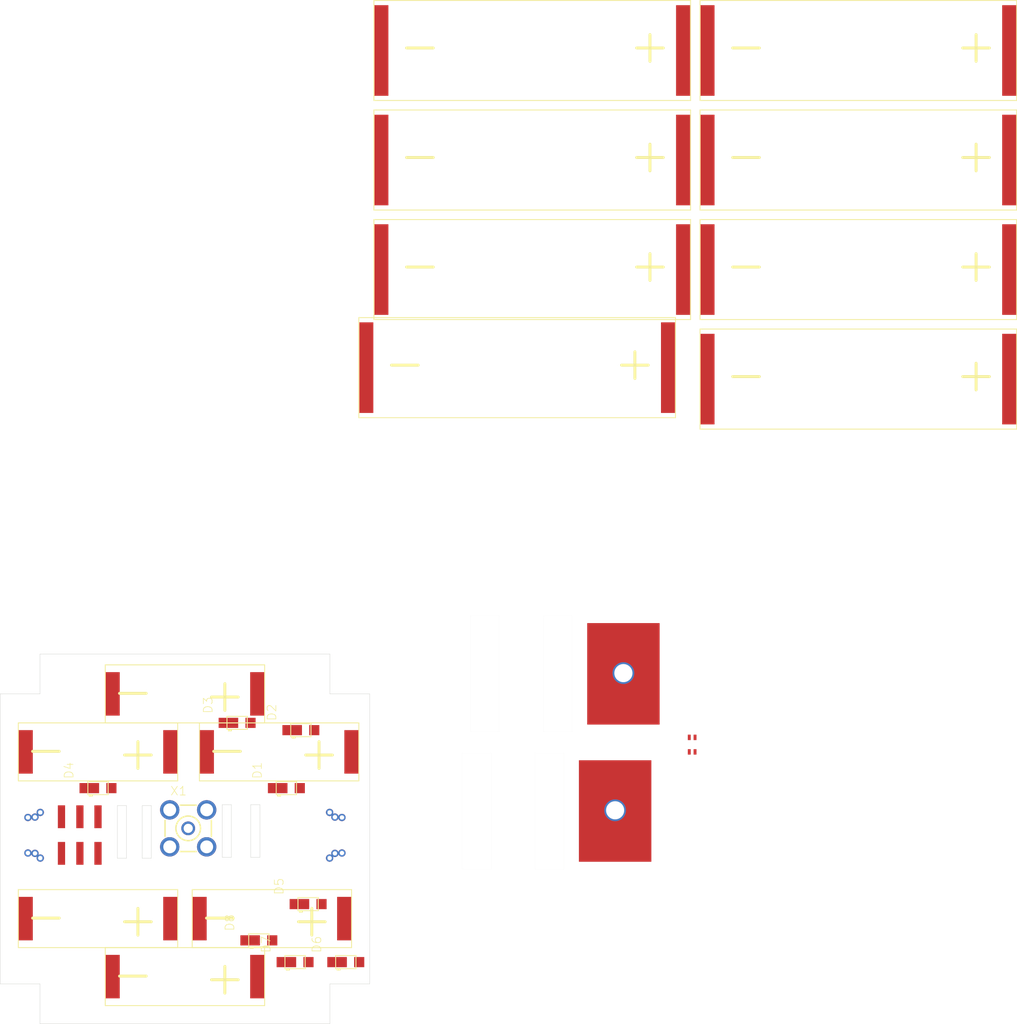
<source format=kicad_pcb>
(kicad_pcb (version 20171130) (host pcbnew "(5.1.4)-1")

  (general
    (thickness 1.6)
    (drawings 28)
    (tracks 42)
    (zones 0)
    (modules 29)
    (nets 14)
  )

  (page A4)
  (layers
    (0 Top signal)
    (1 Route2 signal)
    (2 Route15 signal)
    (31 Bottom signal)
    (32 B.Adhes user hide)
    (33 F.Adhes user hide)
    (34 B.Paste user hide)
    (35 F.Paste user hide)
    (36 B.SilkS user hide)
    (37 F.SilkS user hide)
    (38 B.Mask user hide)
    (39 F.Mask user hide)
    (40 Dwgs.User user hide)
    (41 Cmts.User user hide)
    (42 Eco1.User user hide)
    (43 Eco2.User user hide)
    (44 Edge.Cuts user)
    (45 Margin user hide)
    (46 B.CrtYd user hide)
    (47 F.CrtYd user hide)
    (48 B.Fab user hide)
    (49 F.Fab user hide)
  )

  (setup
    (last_trace_width 0.1524)
    (user_trace_width 0.1524)
    (trace_clearance 0.1524)
    (zone_clearance 0.508)
    (zone_45_only no)
    (trace_min 0.1524)
    (via_size 0.8)
    (via_drill 0.4)
    (via_min_size 0.4)
    (via_min_drill 0.3)
    (uvia_size 0.3)
    (uvia_drill 0.1)
    (uvias_allowed no)
    (uvia_min_size 0.2)
    (uvia_min_drill 0.1)
    (edge_width 0.05)
    (segment_width 0.2)
    (pcb_text_width 0.3)
    (pcb_text_size 1.5 1.5)
    (mod_edge_width 0.12)
    (mod_text_size 1 1)
    (mod_text_width 0.15)
    (pad_size 1.524 1.524)
    (pad_drill 0.762)
    (pad_to_mask_clearance 0.051)
    (solder_mask_min_width 0.25)
    (aux_axis_origin 0 0)
    (visible_elements 7FFFFFFF)
    (pcbplotparams
      (layerselection 0x010fc_ffffffff)
      (usegerberextensions false)
      (usegerberattributes false)
      (usegerberadvancedattributes false)
      (creategerberjobfile false)
      (excludeedgelayer true)
      (linewidth 0.100000)
      (plotframeref false)
      (viasonmask false)
      (mode 1)
      (useauxorigin false)
      (hpglpennumber 1)
      (hpglpenspeed 20)
      (hpglpendiameter 15.000000)
      (psnegative false)
      (psa4output false)
      (plotreference true)
      (plotvalue true)
      (plotinvisibletext false)
      (padsonsilk false)
      (subtractmaskfromsilk false)
      (outputformat 1)
      (mirror false)
      (drillshape 1)
      (scaleselection 1)
      (outputdirectory ""))
  )

  (net 0 "")
  (net 1 GND)
  (net 2 "Net-(U$1-Pad2)")
  (net 3 "Net-(U$1-Pad1)")
  (net 4 "Net-(D1-PadPOS)")
  (net 5 "Net-(D2-PadPOS)")
  (net 6 "Net-(D1-PadNEG)")
  (net 7 "Net-(D3-PadPOS)")
  (net 8 "Net-(D4-PadNEG)")
  (net 9 "Net-(D4-PadPOS)")
  (net 10 /VSOLAR)
  (net 11 "Net-(D7-PadPOS)")
  (net 12 "Net-(F1-Pad1)")
  (net 13 "Net-(U$4-PadP$2)")

  (net_class Default "This is the default net class."
    (clearance 0.1524)
    (trace_width 0.25)
    (via_dia 0.8)
    (via_drill 0.4)
    (uvia_dia 0.3)
    (uvia_drill 0.1)
    (add_net /VSOLAR)
    (add_net GND)
    (add_net "Net-(D1-PadNEG)")
    (add_net "Net-(D1-PadPOS)")
    (add_net "Net-(D2-PadPOS)")
    (add_net "Net-(D3-PadPOS)")
    (add_net "Net-(D4-PadNEG)")
    (add_net "Net-(D4-PadPOS)")
    (add_net "Net-(D7-PadPOS)")
    (add_net "Net-(F1-Pad1)")
    (add_net "Net-(U$1-Pad1)")
    (add_net "Net-(U$1-Pad2)")
    (add_net "Net-(U$4-PadP$2)")
  )

  (module SolarZ:BU-SMA-V (layer Top) (tedit 0) (tstamp 5DAD8578)
    (at 115.4501 93.5499)
    (descr "FEMALE <b>SMA CONNECTOR</b><p>\nRadiall<p>\ndistributor RS 112-3794")
    (path /8679BB61)
    (fp_text reference X1 (at -2.54 -4.445) (layer F.SilkS)
      (effects (font (size 1.2065 1.2065) (thickness 0.09652)) (justify left bottom))
    )
    (fp_text value BU-SMA-V (at -3.175 5.715) (layer F.Fab) hide
      (effects (font (size 1.2065 1.2065) (thickness 0.1016)) (justify left bottom))
    )
    (fp_circle (center 0 0) (end 1.7 0) (layer F.SilkS) (width 0.2032))
    (fp_circle (center 0 0) (end 3.1999 0) (layer F.Fab) (width 0.2032))
    (fp_line (start -3.2 3.2) (end -3.1999 -3.1999) (layer F.Fab) (width 0.2032))
    (fp_line (start 3.1999 3.1999) (end -3.2 3.2) (layer F.Fab) (width 0.2032))
    (fp_line (start 3.2 -3.2) (end 3.1999 3.1999) (layer F.Fab) (width 0.2032))
    (fp_line (start -3.1999 -3.1999) (end 3.2 -3.2) (layer F.Fab) (width 0.2032))
    (fp_line (start -3.2 1.1) (end -3.2 -1.1) (layer F.SilkS) (width 0.2032))
    (fp_line (start 1.1 3.2) (end -1.1 3.2) (layer F.SilkS) (width 0.2032))
    (fp_line (start 3.2 -1.1) (end 3.2 1.1) (layer F.SilkS) (width 0.2032))
    (fp_line (start -1.1 -3.2) (end 1.1 -3.2) (layer F.SilkS) (width 0.2032))
    (pad 5 thru_hole circle (at -2.5499 2.5499) (size 2.667 2.667) (drill 1.778) (layers *.Cu *.Mask)
      (net 1 GND) (solder_mask_margin 0.0635))
    (pad 4 thru_hole circle (at 2.5499 2.5499) (size 2.667 2.667) (drill 1.778) (layers *.Cu *.Mask)
      (net 1 GND) (solder_mask_margin 0.0635))
    (pad 3 thru_hole circle (at 2.5499 -2.5499) (size 2.667 2.667) (drill 1.778) (layers *.Cu *.Mask)
      (net 1 GND) (solder_mask_margin 0.0635))
    (pad 2 thru_hole circle (at -2.5499 -2.5499) (size 2.667 2.667) (drill 1.778) (layers *.Cu *.Mask)
      (net 1 GND) (solder_mask_margin 0.0635))
    (pad 1 thru_hole circle (at 0 0) (size 1.905 1.905) (drill 1.27) (layers *.Cu *.Mask)
      (solder_mask_margin 0.0635))
  )

  (module SolarZ:SLMD121H04L (layer Top) (tedit 0) (tstamp 5DAD8565)
    (at 141.08 -6.85)
    (path /DEBC6924)
    (fp_text reference UNK14 (at 0 0) (layer F.SilkS) hide
      (effects (font (size 1.27 1.27) (thickness 0.15)))
    )
    (fp_text value SLMD121H04L (at 0 0) (layer F.SilkS) hide
      (effects (font (size 1.27 1.27) (thickness 0.15)))
    )
    (fp_text user + (at 38.1 -7.62) (layer F.SilkS)
      (effects (font (size 4.826 4.826) (thickness 0.4064)))
    )
    (fp_text user - (at 6.35 -7.62) (layer F.SilkS)
      (effects (font (size 4.826 4.826) (thickness 0.4064)))
    )
    (fp_line (start 43.7 0) (end 0 0) (layer F.SilkS) (width 0.127))
    (fp_line (start 43.7 -13.8) (end 43.7 0) (layer F.SilkS) (width 0.127))
    (fp_line (start 0 -13.8) (end 43.7 -13.8) (layer F.SilkS) (width 0.127))
    (fp_line (start 0 0) (end 0 -13.8) (layer F.SilkS) (width 0.127))
    (pad P$2 smd rect (at 42.7 -6.9 90) (size 12.5 2) (layers Top F.Paste F.Mask)
      (net 11 "Net-(D7-PadPOS)") (solder_mask_margin 0.0635))
    (pad P$1 smd rect (at 1 -6.9 90) (size 12.5 2) (layers Top F.Paste F.Mask)
      (net 8 "Net-(D4-PadNEG)") (solder_mask_margin 0.0635))
  )

  (module SolarZ:KXOB22-04X3F (layer Top) (tedit 0) (tstamp 5DAD8559)
    (at 92 110)
    (path /CE8C4F9E)
    (fp_text reference UNK13 (at 0 0) (layer F.SilkS) hide
      (effects (font (size 1.27 1.27) (thickness 0.15)))
    )
    (fp_text value KXOB22-04X3F (at 0 0) (layer F.SilkS) hide
      (effects (font (size 1.27 1.27) (thickness 0.15)))
    )
    (fp_text user - (at 3.81 -4.445) (layer F.SilkS)
      (effects (font (size 4.826 4.826) (thickness 0.4064)))
    )
    (fp_text user + (at 16.51 -3.937) (layer F.SilkS)
      (effects (font (size 4.826 4.826) (thickness 0.4064)))
    )
    (fp_line (start 22 0) (end 0 0) (layer F.SilkS) (width 0.127))
    (fp_line (start 22 -8) (end 22 0) (layer F.SilkS) (width 0.127))
    (fp_line (start 0 -8) (end 22 -8) (layer F.SilkS) (width 0.127))
    (fp_line (start 0 0) (end 0 -8) (layer F.SilkS) (width 0.127))
    (pad P$2 smd rect (at 21 -4 90) (size 6 2) (layers Top F.Paste F.Mask)
      (net 4 "Net-(D1-PadPOS)") (solder_mask_margin 0.0635))
    (pad P$1 smd rect (at 1 -4 90) (size 6 2) (layers Top F.Paste F.Mask)
      (net 5 "Net-(D2-PadPOS)") (solder_mask_margin 0.0635))
  )

  (module SolarZ:SLMD121H04L (layer Top) (tedit 0) (tstamp 5DAD854D)
    (at 141.08 8.26)
    (path /C0B9D68B)
    (fp_text reference UNK12 (at 0 0) (layer F.SilkS) hide
      (effects (font (size 1.27 1.27) (thickness 0.15)))
    )
    (fp_text value SLMD121H04L (at 0 0) (layer F.SilkS) hide
      (effects (font (size 1.27 1.27) (thickness 0.15)))
    )
    (fp_text user + (at 38.1 -7.62) (layer F.SilkS)
      (effects (font (size 4.826 4.826) (thickness 0.4064)))
    )
    (fp_text user - (at 6.35 -7.62) (layer F.SilkS)
      (effects (font (size 4.826 4.826) (thickness 0.4064)))
    )
    (fp_line (start 43.7 0) (end 0 0) (layer F.SilkS) (width 0.127))
    (fp_line (start 43.7 -13.8) (end 43.7 0) (layer F.SilkS) (width 0.127))
    (fp_line (start 0 -13.8) (end 43.7 -13.8) (layer F.SilkS) (width 0.127))
    (fp_line (start 0 0) (end 0 -13.8) (layer F.SilkS) (width 0.127))
    (pad P$2 smd rect (at 42.7 -6.9 90) (size 12.5 2) (layers Top F.Paste F.Mask)
      (net 11 "Net-(D7-PadPOS)") (solder_mask_margin 0.0635))
    (pad P$1 smd rect (at 1 -6.9 90) (size 12.5 2) (layers Top F.Paste F.Mask)
      (net 8 "Net-(D4-PadNEG)") (solder_mask_margin 0.0635))
  )

  (module SolarZ:KXOB22-04X3F (layer Top) (tedit 0) (tstamp 5DAD8541)
    (at 104 79)
    (path /536AD41F)
    (fp_text reference UNK11 (at 0 0) (layer F.SilkS) hide
      (effects (font (size 1.27 1.27) (thickness 0.15)))
    )
    (fp_text value KXOB22-04X3F (at 0 0) (layer F.SilkS) hide
      (effects (font (size 1.27 1.27) (thickness 0.15)))
    )
    (fp_text user - (at 3.81 -4.445) (layer F.SilkS)
      (effects (font (size 4.826 4.826) (thickness 0.4064)))
    )
    (fp_text user + (at 16.51 -3.937) (layer F.SilkS)
      (effects (font (size 4.826 4.826) (thickness 0.4064)))
    )
    (fp_line (start 22 0) (end 0 0) (layer F.SilkS) (width 0.127))
    (fp_line (start 22 -8) (end 22 0) (layer F.SilkS) (width 0.127))
    (fp_line (start 0 -8) (end 22 -8) (layer F.SilkS) (width 0.127))
    (fp_line (start 0 0) (end 0 -8) (layer F.SilkS) (width 0.127))
    (pad P$2 smd rect (at 21 -4 90) (size 6 2) (layers Top F.Paste F.Mask)
      (net 7 "Net-(D3-PadPOS)") (solder_mask_margin 0.0635))
    (pad P$1 smd rect (at 1 -4 90) (size 6 2) (layers Top F.Paste F.Mask)
      (net 11 "Net-(D7-PadPOS)") (solder_mask_margin 0.0635))
  )

  (module SolarZ:KXOB22-04X3F (layer Top) (tedit 0) (tstamp 5DAD8535)
    (at 104 118)
    (path /1DAD54CC)
    (fp_text reference UNK10 (at 0 0) (layer F.SilkS) hide
      (effects (font (size 1.27 1.27) (thickness 0.15)))
    )
    (fp_text value KXOB22-04X3F (at 0 0) (layer F.SilkS) hide
      (effects (font (size 1.27 1.27) (thickness 0.15)))
    )
    (fp_text user - (at 3.81 -4.445) (layer F.SilkS)
      (effects (font (size 4.826 4.826) (thickness 0.4064)))
    )
    (fp_text user + (at 16.51 -3.937) (layer F.SilkS)
      (effects (font (size 4.826 4.826) (thickness 0.4064)))
    )
    (fp_line (start 22 0) (end 0 0) (layer F.SilkS) (width 0.127))
    (fp_line (start 22 -8) (end 22 0) (layer F.SilkS) (width 0.127))
    (fp_line (start 0 -8) (end 22 -8) (layer F.SilkS) (width 0.127))
    (fp_line (start 0 0) (end 0 -8) (layer F.SilkS) (width 0.127))
    (pad P$2 smd rect (at 21 -4 90) (size 6 2) (layers Top F.Paste F.Mask)
      (net 7 "Net-(D3-PadPOS)") (solder_mask_margin 0.0635))
    (pad P$1 smd rect (at 1 -4 90) (size 6 2) (layers Top F.Paste F.Mask)
      (net 11 "Net-(D7-PadPOS)") (solder_mask_margin 0.0635))
  )

  (module SolarZ:SLMD121H04L (layer Top) (tedit 0) (tstamp 5DAD8529)
    (at 186.09 8.26)
    (path /EC1449BE)
    (fp_text reference UNK9 (at 0 0) (layer F.SilkS) hide
      (effects (font (size 1.27 1.27) (thickness 0.15)))
    )
    (fp_text value SLMD121H04L (at 0 0) (layer F.SilkS) hide
      (effects (font (size 1.27 1.27) (thickness 0.15)))
    )
    (fp_text user + (at 38.1 -7.62) (layer F.SilkS)
      (effects (font (size 4.826 4.826) (thickness 0.4064)))
    )
    (fp_text user - (at 6.35 -7.62) (layer F.SilkS)
      (effects (font (size 4.826 4.826) (thickness 0.4064)))
    )
    (fp_line (start 43.7 0) (end 0 0) (layer F.SilkS) (width 0.127))
    (fp_line (start 43.7 -13.8) (end 43.7 0) (layer F.SilkS) (width 0.127))
    (fp_line (start 0 -13.8) (end 43.7 -13.8) (layer F.SilkS) (width 0.127))
    (fp_line (start 0 0) (end 0 -13.8) (layer F.SilkS) (width 0.127))
    (pad P$2 smd rect (at 42.7 -6.9 90) (size 12.5 2) (layers Top F.Paste F.Mask)
      (net 9 "Net-(D4-PadPOS)") (solder_mask_margin 0.0635))
    (pad P$1 smd rect (at 1 -6.9 90) (size 12.5 2) (layers Top F.Paste F.Mask)
      (net 1 GND) (solder_mask_margin 0.0635))
  )

  (module SolarZ:SLMD121H04L (layer Top) (tedit 0) (tstamp 5DAD851D)
    (at 139 36.9)
    (path /6F7095A3)
    (fp_text reference UNK8 (at 0 0) (layer F.SilkS) hide
      (effects (font (size 1.27 1.27) (thickness 0.15)))
    )
    (fp_text value SLMD121H04L (at 0 0) (layer F.SilkS) hide
      (effects (font (size 1.27 1.27) (thickness 0.15)))
    )
    (fp_text user + (at 38.1 -7.62) (layer F.SilkS)
      (effects (font (size 4.826 4.826) (thickness 0.4064)))
    )
    (fp_text user - (at 6.35 -7.62) (layer F.SilkS)
      (effects (font (size 4.826 4.826) (thickness 0.4064)))
    )
    (fp_line (start 43.7 0) (end 0 0) (layer F.SilkS) (width 0.127))
    (fp_line (start 43.7 -13.8) (end 43.7 0) (layer F.SilkS) (width 0.127))
    (fp_line (start 0 -13.8) (end 43.7 -13.8) (layer F.SilkS) (width 0.127))
    (fp_line (start 0 0) (end 0 -13.8) (layer F.SilkS) (width 0.127))
    (pad P$2 smd rect (at 42.7 -6.9 90) (size 12.5 2) (layers Top F.Paste F.Mask)
      (net 9 "Net-(D4-PadPOS)") (solder_mask_margin 0.0635))
    (pad P$1 smd rect (at 1 -6.9 90) (size 12.5 2) (layers Top F.Paste F.Mask)
      (net 1 GND) (solder_mask_margin 0.0635))
  )

  (module SolarZ:KXOB22-04X3F (layer Top) (tedit 0) (tstamp 5DAD8511)
    (at 92 87)
    (path /8E27E122)
    (fp_text reference UNK7 (at 0 0) (layer F.SilkS) hide
      (effects (font (size 1.27 1.27) (thickness 0.15)))
    )
    (fp_text value KXOB22-04X3F (at 0 0) (layer F.SilkS) hide
      (effects (font (size 1.27 1.27) (thickness 0.15)))
    )
    (fp_text user - (at 3.81 -4.445) (layer F.SilkS)
      (effects (font (size 4.826 4.826) (thickness 0.4064)))
    )
    (fp_text user + (at 16.51 -3.937) (layer F.SilkS)
      (effects (font (size 4.826 4.826) (thickness 0.4064)))
    )
    (fp_line (start 22 0) (end 0 0) (layer F.SilkS) (width 0.127))
    (fp_line (start 22 -8) (end 22 0) (layer F.SilkS) (width 0.127))
    (fp_line (start 0 -8) (end 22 -8) (layer F.SilkS) (width 0.127))
    (fp_line (start 0 0) (end 0 -8) (layer F.SilkS) (width 0.127))
    (pad P$2 smd rect (at 21 -4 90) (size 6 2) (layers Top F.Paste F.Mask)
      (net 8 "Net-(D4-PadNEG)") (solder_mask_margin 0.0635))
    (pad P$1 smd rect (at 1 -4 90) (size 6 2) (layers Top F.Paste F.Mask)
      (net 9 "Net-(D4-PadPOS)") (solder_mask_margin 0.0635))
  )

  (module SolarZ:KXOB22-04X3F (layer Top) (tedit 0) (tstamp 5DAD8505)
    (at 116 110)
    (path /2DE9B480)
    (fp_text reference UNK6 (at 0 0) (layer F.SilkS) hide
      (effects (font (size 1.27 1.27) (thickness 0.15)))
    )
    (fp_text value KXOB22-04X3F (at 0 0) (layer F.SilkS) hide
      (effects (font (size 1.27 1.27) (thickness 0.15)))
    )
    (fp_text user - (at 3.81 -4.445) (layer F.SilkS)
      (effects (font (size 4.826 4.826) (thickness 0.4064)))
    )
    (fp_text user + (at 16.51 -3.937) (layer F.SilkS)
      (effects (font (size 4.826 4.826) (thickness 0.4064)))
    )
    (fp_line (start 22 0) (end 0 0) (layer F.SilkS) (width 0.127))
    (fp_line (start 22 -8) (end 22 0) (layer F.SilkS) (width 0.127))
    (fp_line (start 0 -8) (end 22 -8) (layer F.SilkS) (width 0.127))
    (fp_line (start 0 0) (end 0 -8) (layer F.SilkS) (width 0.127))
    (pad P$2 smd rect (at 21 -4 90) (size 6 2) (layers Top F.Paste F.Mask)
      (net 8 "Net-(D4-PadNEG)") (solder_mask_margin 0.0635))
    (pad P$1 smd rect (at 1 -4 90) (size 6 2) (layers Top F.Paste F.Mask)
      (net 9 "Net-(D4-PadPOS)") (solder_mask_margin 0.0635))
  )

  (module SolarZ:SLMD121H04L (layer Top) (tedit 0) (tstamp 5DAD84F9)
    (at 186.09 38.48)
    (path /DE036069)
    (fp_text reference UNK5 (at 0 0) (layer F.SilkS) hide
      (effects (font (size 1.27 1.27) (thickness 0.15)))
    )
    (fp_text value SLMD121H04L (at 0 0) (layer F.SilkS) hide
      (effects (font (size 1.27 1.27) (thickness 0.15)))
    )
    (fp_text user + (at 38.1 -7.62) (layer F.SilkS)
      (effects (font (size 4.826 4.826) (thickness 0.4064)))
    )
    (fp_text user - (at 6.35 -7.62) (layer F.SilkS)
      (effects (font (size 4.826 4.826) (thickness 0.4064)))
    )
    (fp_line (start 43.7 0) (end 0 0) (layer F.SilkS) (width 0.127))
    (fp_line (start 43.7 -13.8) (end 43.7 0) (layer F.SilkS) (width 0.127))
    (fp_line (start 0 -13.8) (end 43.7 -13.8) (layer F.SilkS) (width 0.127))
    (fp_line (start 0 0) (end 0 -13.8) (layer F.SilkS) (width 0.127))
    (pad P$2 smd rect (at 42.7 -6.9 90) (size 12.5 2) (layers Top F.Paste F.Mask)
      (net 5 "Net-(D2-PadPOS)") (solder_mask_margin 0.0635))
    (pad P$1 smd rect (at 1 -6.9 90) (size 12.5 2) (layers Top F.Paste F.Mask)
      (net 7 "Net-(D3-PadPOS)") (solder_mask_margin 0.0635))
  )

  (module SolarZ:SLMD121H04L (layer Top) (tedit 0) (tstamp 5DAD84ED)
    (at 186.09 23.37)
    (path /96C34CA7)
    (fp_text reference UNK4 (at 0 0) (layer F.SilkS) hide
      (effects (font (size 1.27 1.27) (thickness 0.15)))
    )
    (fp_text value SLMD121H04L (at 0 0) (layer F.SilkS) hide
      (effects (font (size 1.27 1.27) (thickness 0.15)))
    )
    (fp_text user + (at 38.1 -7.62) (layer F.SilkS)
      (effects (font (size 4.826 4.826) (thickness 0.4064)))
    )
    (fp_text user - (at 6.35 -7.62) (layer F.SilkS)
      (effects (font (size 4.826 4.826) (thickness 0.4064)))
    )
    (fp_line (start 43.7 0) (end 0 0) (layer F.SilkS) (width 0.127))
    (fp_line (start 43.7 -13.8) (end 43.7 0) (layer F.SilkS) (width 0.127))
    (fp_line (start 0 -13.8) (end 43.7 -13.8) (layer F.SilkS) (width 0.127))
    (fp_line (start 0 0) (end 0 -13.8) (layer F.SilkS) (width 0.127))
    (pad P$2 smd rect (at 42.7 -6.9 90) (size 12.5 2) (layers Top F.Paste F.Mask)
      (net 5 "Net-(D2-PadPOS)") (solder_mask_margin 0.0635))
    (pad P$1 smd rect (at 1 -6.9 90) (size 12.5 2) (layers Top F.Paste F.Mask)
      (net 7 "Net-(D3-PadPOS)") (solder_mask_margin 0.0635))
  )

  (module SolarZ:SLMD121H04L (layer Top) (tedit 0) (tstamp 5DAD84E1)
    (at 141.08 23.37)
    (path /DA062505)
    (fp_text reference UNK3 (at 0 0) (layer F.SilkS) hide
      (effects (font (size 1.27 1.27) (thickness 0.15)))
    )
    (fp_text value SLMD121H04L (at 0 0) (layer F.SilkS) hide
      (effects (font (size 1.27 1.27) (thickness 0.15)))
    )
    (fp_text user + (at 38.1 -7.62) (layer F.SilkS)
      (effects (font (size 4.826 4.826) (thickness 0.4064)))
    )
    (fp_text user - (at 6.35 -7.62) (layer F.SilkS)
      (effects (font (size 4.826 4.826) (thickness 0.4064)))
    )
    (fp_line (start 43.7 0) (end 0 0) (layer F.SilkS) (width 0.127))
    (fp_line (start 43.7 -13.8) (end 43.7 0) (layer F.SilkS) (width 0.127))
    (fp_line (start 0 -13.8) (end 43.7 -13.8) (layer F.SilkS) (width 0.127))
    (fp_line (start 0 0) (end 0 -13.8) (layer F.SilkS) (width 0.127))
    (pad P$2 smd rect (at 42.7 -6.9 90) (size 12.5 2) (layers Top F.Paste F.Mask)
      (net 6 "Net-(D1-PadNEG)") (solder_mask_margin 0.0635))
    (pad P$1 smd rect (at 1 -6.9 90) (size 12.5 2) (layers Top F.Paste F.Mask)
      (net 4 "Net-(D1-PadPOS)") (solder_mask_margin 0.0635))
  )

  (module SolarZ:SLMD121H04L (layer Top) (tedit 0) (tstamp 5DAD84D5)
    (at 186.09 -6.85)
    (path /EE71016C)
    (fp_text reference UNK2 (at 0 0) (layer F.SilkS) hide
      (effects (font (size 1.27 1.27) (thickness 0.15)))
    )
    (fp_text value SLMD121H04L (at 0 0) (layer F.SilkS) hide
      (effects (font (size 1.27 1.27) (thickness 0.15)))
    )
    (fp_text user + (at 38.1 -7.62) (layer F.SilkS)
      (effects (font (size 4.826 4.826) (thickness 0.4064)))
    )
    (fp_text user - (at 6.35 -7.62) (layer F.SilkS)
      (effects (font (size 4.826 4.826) (thickness 0.4064)))
    )
    (fp_line (start 43.7 0) (end 0 0) (layer F.SilkS) (width 0.127))
    (fp_line (start 43.7 -13.8) (end 43.7 0) (layer F.SilkS) (width 0.127))
    (fp_line (start 0 -13.8) (end 43.7 -13.8) (layer F.SilkS) (width 0.127))
    (fp_line (start 0 0) (end 0 -13.8) (layer F.SilkS) (width 0.127))
    (pad P$2 smd rect (at 42.7 -6.9 90) (size 12.5 2) (layers Top F.Paste F.Mask)
      (net 6 "Net-(D1-PadNEG)") (solder_mask_margin 0.0635))
    (pad P$1 smd rect (at 1 -6.9 90) (size 12.5 2) (layers Top F.Paste F.Mask)
      (net 4 "Net-(D1-PadPOS)") (solder_mask_margin 0.0635))
  )

  (module SolarZ:KXOB22-04X3F (layer Top) (tedit 0) (tstamp 5DAD84C9)
    (at 117 87)
    (path /89203F2C)
    (fp_text reference UNK1 (at 0 0) (layer F.SilkS) hide
      (effects (font (size 1.27 1.27) (thickness 0.15)))
    )
    (fp_text value KXOB22-04X3F (at 0 0) (layer F.SilkS) hide
      (effects (font (size 1.27 1.27) (thickness 0.15)))
    )
    (fp_text user - (at 3.81 -4.445) (layer F.SilkS)
      (effects (font (size 4.826 4.826) (thickness 0.4064)))
    )
    (fp_text user + (at 16.51 -3.937) (layer F.SilkS)
      (effects (font (size 4.826 4.826) (thickness 0.4064)))
    )
    (fp_line (start 22 0) (end 0 0) (layer F.SilkS) (width 0.127))
    (fp_line (start 22 -8) (end 22 0) (layer F.SilkS) (width 0.127))
    (fp_line (start 0 -8) (end 22 -8) (layer F.SilkS) (width 0.127))
    (fp_line (start 0 0) (end 0 -8) (layer F.SilkS) (width 0.127))
    (pad P$2 smd rect (at 21 -4 90) (size 6 2) (layers Top F.Paste F.Mask)
      (net 4 "Net-(D1-PadPOS)") (solder_mask_margin 0.0635))
    (pad P$1 smd rect (at 1 -4 90) (size 6 2) (layers Top F.Paste F.Mask)
      (net 5 "Net-(D2-PadPOS)") (solder_mask_margin 0.0635))
  )

  (module SolarZ:M20-8760342 (layer Top) (tedit 0) (tstamp 5DAD84BD)
    (at 97.46 98.575)
    (path /649D799B)
    (fp_text reference U$4 (at 0 0) (layer F.SilkS) hide
      (effects (font (size 1.27 1.27) (thickness 0.15)))
    )
    (fp_text value M20-8760342 (at 0 0) (layer F.SilkS) hide
      (effects (font (size 1.27 1.27) (thickness 0.15)))
    )
    (pad P$6 smd rect (at 5.54 -6.625 90) (size 3.15 1) (layers Top F.Paste F.Mask)
      (net 12 "Net-(F1-Pad1)") (solder_mask_margin 0.0635))
    (pad P$5 smd rect (at 5.54 -1.575 90) (size 3.15 1) (layers Top F.Paste F.Mask)
      (net 10 /VSOLAR) (solder_mask_margin 0.0635))
    (pad P$4 smd rect (at 3.04 -6.625 90) (size 3.15 1) (layers Top F.Paste F.Mask)
      (net 12 "Net-(F1-Pad1)") (solder_mask_margin 0.0635))
    (pad P$3 smd rect (at 3.04 -1.575 90) (size 3.15 1) (layers Top F.Paste F.Mask)
      (net 13 "Net-(U$4-PadP$2)") (solder_mask_margin 0.0635))
    (pad P$2 smd rect (at 0.5 -6.625 90) (size 3.15 1) (layers Top F.Paste F.Mask)
      (net 13 "Net-(U$4-PadP$2)") (solder_mask_margin 0.0635))
    (pad P$1 smd rect (at 0.5 -1.575 90) (size 3.15 1) (layers Top F.Paste F.Mask)
      (net 1 GND) (solder_mask_margin 0.0635))
  )

  (module SolarZ:TAPE (layer Top) (tedit 0) (tstamp 5DAD84B3)
    (at 174.371 91.159)
    (path /6E1B97F5)
    (fp_text reference U$3 (at 0 0) (layer F.SilkS) hide
      (effects (font (size 1.27 1.27) (thickness 0.15)))
    )
    (fp_text value ANTENNA (at 0 0) (layer F.SilkS) hide
      (effects (font (size 1.27 1.27) (thickness 0.15)))
    )
    (fp_line (start -21.1 8) (end -17.1 8) (layer Edge.Cuts) (width 0.005))
    (fp_line (start -21.1 -8) (end -17.1 -8) (layer Edge.Cuts) (width 0.005))
    (fp_line (start -21.1 -8) (end -21.1 8) (layer Edge.Cuts) (width 0.005))
    (fp_line (start -17.1 -8) (end -17.1 8) (layer Edge.Cuts) (width 0.005))
    (fp_line (start -11.05 8) (end -7.05 8) (layer Edge.Cuts) (width 0.005))
    (fp_line (start -11.05 -8) (end -7.05 -8) (layer Edge.Cuts) (width 0.005))
    (fp_line (start -11.05 -8) (end -11.05 8) (layer Edge.Cuts) (width 0.005))
    (fp_line (start -7.05 -8) (end -7.05 8) (layer Edge.Cuts) (width 0.005))
    (pad "" np_thru_hole circle (at -14.03 -0.02) (size 2 2) (drill 2) (layers *.Cu *.Mask))
    (pad RF thru_hole circle (at 0 -0.1) (size 3 3) (drill 2.5) (layers *.Cu *.Mask)
      (net 2 "Net-(U$1-Pad2)") (solder_mask_margin 0.0635))
    (pad RF_2 smd rect (at 0 0 90) (size 14 10) (layers Top F.Paste F.Mask)
      (net 2 "Net-(U$1-Pad2)") (solder_mask_margin 0.0635))
  )

  (module SolarZ:TAPE (layer Top) (tedit 0) (tstamp 5DAD84A4)
    (at 175.514 72.236)
    (path /87B7DF34)
    (fp_text reference U$2 (at 0 0) (layer F.SilkS) hide
      (effects (font (size 1.27 1.27) (thickness 0.15)))
    )
    (fp_text value ANTENNA (at 0 0) (layer F.SilkS) hide
      (effects (font (size 1.27 1.27) (thickness 0.15)))
    )
    (fp_line (start -21.1 8) (end -17.1 8) (layer Edge.Cuts) (width 0.005))
    (fp_line (start -21.1 -8) (end -17.1 -8) (layer Edge.Cuts) (width 0.005))
    (fp_line (start -21.1 -8) (end -21.1 8) (layer Edge.Cuts) (width 0.005))
    (fp_line (start -17.1 -8) (end -17.1 8) (layer Edge.Cuts) (width 0.005))
    (fp_line (start -11.05 8) (end -7.05 8) (layer Edge.Cuts) (width 0.005))
    (fp_line (start -11.05 -8) (end -7.05 -8) (layer Edge.Cuts) (width 0.005))
    (fp_line (start -11.05 -8) (end -11.05 8) (layer Edge.Cuts) (width 0.005))
    (fp_line (start -7.05 -8) (end -7.05 8) (layer Edge.Cuts) (width 0.005))
    (pad "" np_thru_hole circle (at -14.03 -0.02) (size 2 2) (drill 2) (layers *.Cu *.Mask))
    (pad RF thru_hole circle (at 0 -0.1) (size 3 3) (drill 2.5) (layers *.Cu *.Mask)
      (net 3 "Net-(U$1-Pad1)") (solder_mask_margin 0.0635))
    (pad RF_2 smd rect (at 0 0 90) (size 14 10) (layers Top F.Paste F.Mask)
      (net 3 "Net-(U$1-Pad1)") (solder_mask_margin 0.0635))
  )

  (module SolarZ:BALUN (layer Top) (tedit 0) (tstamp 5DAD8495)
    (at 185 82)
    (path /89E33A62)
    (fp_text reference U$1 (at 0 0) (layer F.SilkS) hide
      (effects (font (size 1.27 1.27) (thickness 0.15)) (justify right top))
    )
    (fp_text value BALUN (at 0 0) (layer F.SilkS) hide
      (effects (font (size 1.27 1.27) (thickness 0.15)) (justify right top))
    )
    (pad 4 smd rect (at 0.4 1 270) (size 0.75 0.4) (layers Top F.Paste F.Mask)
      (solder_mask_margin 0.0635))
    (pad 3 smd rect (at -0.4 1 270) (size 0.75 0.4) (layers Top F.Paste F.Mask)
      (net 1 GND) (solder_mask_margin 0.0635))
    (pad 2 smd rect (at 0.4 -1 90) (size 0.75 0.4) (layers Top F.Paste F.Mask)
      (net 2 "Net-(U$1-Pad2)") (solder_mask_margin 0.0635))
    (pad 1 smd rect (at -0.4 -1 90) (size 0.75 0.4) (layers Top F.Paste F.Mask)
      (net 3 "Net-(U$1-Pad1)") (solder_mask_margin 0.0635))
  )

  (module SolarZ:BURN_WIRE (layer Top) (tedit 0) (tstamp 5DAD848D)
    (at 93 92 90)
    (path /3EAE4237)
    (fp_text reference F2 (at 0 0 90) (layer F.SilkS) hide
      (effects (font (size 1.27 1.27) (thickness 0.15)) (justify right top))
    )
    (fp_text value BURN_TERM (at 0 0 90) (layer F.SilkS) hide
      (effects (font (size 1.27 1.27) (thickness 0.15)) (justify right top))
    )
    (fp_circle (center -2.5 1) (end -2.4 1) (layer Dwgs.User) (width 0.1524))
    (pad 20 thru_hole circle (at 0 1.3 270) (size 1.016 1.016) (drill 0.6) (layers *.Cu *.Mask)
      (net 1 GND) (solder_mask_margin 0.0635))
    (pad 200 thru_hole circle (at -0.05 0.332) (size 1.016 1.016) (drill 0.6) (layers *.Cu *.Mask)
      (net 1 GND) (solder_mask_margin 0.0635))
    (pad 2 thru_hole circle (at 0.65 2.032 225) (size 1.016 1.016) (drill 0.6) (layers *.Cu *.Mask)
      (net 1 GND) (solder_mask_margin 0.0635))
    (pad 10 thru_hole circle (at -5 1.3 90) (size 1.016 1.016) (drill 0.6) (layers *.Cu *.Mask)
      (net 12 "Net-(F1-Pad1)") (solder_mask_margin 0.0635))
    (pad 100 thru_hole circle (at -4.95 0.332) (size 1.016 1.016) (drill 0.6) (layers *.Cu *.Mask)
      (net 12 "Net-(F1-Pad1)") (solder_mask_margin 0.0635))
    (pad 1 thru_hole circle (at -5.65 2.032 135) (size 1.016 1.016) (drill 0.6) (layers *.Cu *.Mask)
      (net 12 "Net-(F1-Pad1)") (solder_mask_margin 0.0635))
  )

  (module SolarZ:BURN_WIRE (layer Top) (tedit 0) (tstamp 5DAD8482)
    (at 137 97 270)
    (path /BAEBDDEB)
    (fp_text reference F1 (at 0 0 90) (layer F.SilkS) hide
      (effects (font (size 1.27 1.27) (thickness 0.15)) (justify left top))
    )
    (fp_text value BURN_TERM (at 0 0 90) (layer F.SilkS) hide
      (effects (font (size 1.27 1.27) (thickness 0.15)) (justify left top))
    )
    (fp_circle (center -2.5 1) (end -2.4 1) (layer Dwgs.User) (width 0.1524))
    (pad 20 thru_hole circle (at 0 1.3 90) (size 1.016 1.016) (drill 0.6) (layers *.Cu *.Mask)
      (net 1 GND) (solder_mask_margin 0.0635))
    (pad 200 thru_hole circle (at -0.05 0.332 180) (size 1.016 1.016) (drill 0.6) (layers *.Cu *.Mask)
      (net 1 GND) (solder_mask_margin 0.0635))
    (pad 2 thru_hole circle (at 0.65 2.032 45) (size 1.016 1.016) (drill 0.6) (layers *.Cu *.Mask)
      (net 1 GND) (solder_mask_margin 0.0635))
    (pad 10 thru_hole circle (at -5 1.3 270) (size 1.016 1.016) (drill 0.6) (layers *.Cu *.Mask)
      (net 12 "Net-(F1-Pad1)") (solder_mask_margin 0.0635))
    (pad 100 thru_hole circle (at -4.95 0.332 180) (size 1.016 1.016) (drill 0.6) (layers *.Cu *.Mask)
      (net 12 "Net-(F1-Pad1)") (solder_mask_margin 0.0635))
    (pad 1 thru_hole circle (at -5.65 2.032 315) (size 1.016 1.016) (drill 0.6) (layers *.Cu *.Mask)
      (net 12 "Net-(F1-Pad1)") (solder_mask_margin 0.0635))
  )

  (module SolarZ:SB_DIODE (layer Top) (tedit 0) (tstamp 5DAD8477)
    (at 125.2 109)
    (path /54B076E9)
    (fp_text reference D8 (at -3.3 -1.2 -90) (layer F.SilkS)
      (effects (font (size 1.2065 1.2065) (thickness 0.09652)) (justify left bottom))
    )
    (fp_text value SB_DIODE (at 0 0) (layer F.SilkS) hide
      (effects (font (size 1.27 1.27) (thickness 0.15)))
    )
    (fp_line (start -1.2 1.1) (end -1.2 1) (layer F.SilkS) (width 0.127))
    (fp_line (start -0.8 1.1) (end -1.2 1.1) (layer F.SilkS) (width 0.127))
    (fp_line (start -0.8 1) (end -0.8 1.1) (layer F.SilkS) (width 0.127))
    (fp_line (start -1.2 1) (end -0.8 1) (layer F.SilkS) (width 0.127))
    (fp_line (start 1.4 -0.9) (end -1.4 -0.9) (layer F.SilkS) (width 0.127))
    (fp_line (start 1.4 0.9) (end 1.4 -0.9) (layer F.SilkS) (width 0.127))
    (fp_line (start -1.4 0.9) (end 1.4 0.9) (layer F.SilkS) (width 0.127))
    (fp_line (start -1.4 -0.9) (end -1.4 0.9) (layer F.SilkS) (width 0.127))
    (pad POS smd rect (at 1.85 0) (size 1.4 1.4) (layers Top F.Paste F.Mask)
      (net 8 "Net-(D4-PadNEG)") (solder_mask_margin 0.0635))
    (pad NEG smd rect (at -1.2 0) (size 2.7 1.4) (layers Top F.Paste F.Mask)
      (net 11 "Net-(D7-PadPOS)") (solder_mask_margin 0.0635))
  )

  (module SolarZ:SB_DIODE (layer Top) (tedit 0) (tstamp 5DAD8469)
    (at 130.2 112)
    (path /11F28FEE)
    (fp_text reference D7 (at -3.3 -1.2 -90) (layer F.SilkS)
      (effects (font (size 1.2065 1.2065) (thickness 0.09652)) (justify left bottom))
    )
    (fp_text value SB_DIODE (at 0 0) (layer F.SilkS) hide
      (effects (font (size 1.27 1.27) (thickness 0.15)))
    )
    (fp_line (start -1.2 1.1) (end -1.2 1) (layer F.SilkS) (width 0.127))
    (fp_line (start -0.8 1.1) (end -1.2 1.1) (layer F.SilkS) (width 0.127))
    (fp_line (start -0.8 1) (end -0.8 1.1) (layer F.SilkS) (width 0.127))
    (fp_line (start -1.2 1) (end -0.8 1) (layer F.SilkS) (width 0.127))
    (fp_line (start 1.4 -0.9) (end -1.4 -0.9) (layer F.SilkS) (width 0.127))
    (fp_line (start 1.4 0.9) (end 1.4 -0.9) (layer F.SilkS) (width 0.127))
    (fp_line (start -1.4 0.9) (end 1.4 0.9) (layer F.SilkS) (width 0.127))
    (fp_line (start -1.4 -0.9) (end -1.4 0.9) (layer F.SilkS) (width 0.127))
    (pad POS smd rect (at 1.85 0) (size 1.4 1.4) (layers Top F.Paste F.Mask)
      (net 11 "Net-(D7-PadPOS)") (solder_mask_margin 0.0635))
    (pad NEG smd rect (at -1.2 0) (size 2.7 1.4) (layers Top F.Paste F.Mask)
      (net 7 "Net-(D3-PadPOS)") (solder_mask_margin 0.0635))
  )

  (module SolarZ:SB_DIODE (layer Top) (tedit 0) (tstamp 5DAD845B)
    (at 137.2 112)
    (path /8D7F21E8)
    (fp_text reference D6 (at -3.3 -1.2 -90) (layer F.SilkS)
      (effects (font (size 1.2065 1.2065) (thickness 0.09652)) (justify left bottom))
    )
    (fp_text value SB_DIODE (at 0 0) (layer F.SilkS) hide
      (effects (font (size 1.27 1.27) (thickness 0.15)))
    )
    (fp_line (start -1.2 1.1) (end -1.2 1) (layer F.SilkS) (width 0.127))
    (fp_line (start -0.8 1.1) (end -1.2 1.1) (layer F.SilkS) (width 0.127))
    (fp_line (start -0.8 1) (end -0.8 1.1) (layer F.SilkS) (width 0.127))
    (fp_line (start -1.2 1) (end -0.8 1) (layer F.SilkS) (width 0.127))
    (fp_line (start 1.4 -0.9) (end -1.4 -0.9) (layer F.SilkS) (width 0.127))
    (fp_line (start 1.4 0.9) (end 1.4 -0.9) (layer F.SilkS) (width 0.127))
    (fp_line (start -1.4 0.9) (end 1.4 0.9) (layer F.SilkS) (width 0.127))
    (fp_line (start -1.4 -0.9) (end -1.4 0.9) (layer F.SilkS) (width 0.127))
    (pad POS smd rect (at 1.85 0) (size 1.4 1.4) (layers Top F.Paste F.Mask)
      (net 1 GND) (solder_mask_margin 0.0635))
    (pad NEG smd rect (at -1.2 0) (size 2.7 1.4) (layers Top F.Paste F.Mask)
      (net 9 "Net-(D4-PadPOS)") (solder_mask_margin 0.0635))
  )

  (module SolarZ:SB_DIODE (layer Top) (tedit 0) (tstamp 5DAD844D)
    (at 132 104)
    (path /A8F36FED)
    (fp_text reference D5 (at -3.3 -1.2 -90) (layer F.SilkS)
      (effects (font (size 1.2065 1.2065) (thickness 0.09652)) (justify left bottom))
    )
    (fp_text value SB_DIODE (at 0 0) (layer F.SilkS) hide
      (effects (font (size 1.27 1.27) (thickness 0.15)))
    )
    (fp_line (start -1.2 1.1) (end -1.2 1) (layer F.SilkS) (width 0.127))
    (fp_line (start -0.8 1.1) (end -1.2 1.1) (layer F.SilkS) (width 0.127))
    (fp_line (start -0.8 1) (end -0.8 1.1) (layer F.SilkS) (width 0.127))
    (fp_line (start -1.2 1) (end -0.8 1) (layer F.SilkS) (width 0.127))
    (fp_line (start 1.4 -0.9) (end -1.4 -0.9) (layer F.SilkS) (width 0.127))
    (fp_line (start 1.4 0.9) (end 1.4 -0.9) (layer F.SilkS) (width 0.127))
    (fp_line (start -1.4 0.9) (end 1.4 0.9) (layer F.SilkS) (width 0.127))
    (fp_line (start -1.4 -0.9) (end -1.4 0.9) (layer F.SilkS) (width 0.127))
    (pad POS smd rect (at 1.85 0) (size 1.4 1.4) (layers Top F.Paste F.Mask)
      (net 6 "Net-(D1-PadNEG)") (solder_mask_margin 0.0635))
    (pad NEG smd rect (at -1.2 0) (size 2.7 1.4) (layers Top F.Paste F.Mask)
      (net 10 /VSOLAR) (solder_mask_margin 0.0635))
  )

  (module SolarZ:SB_DIODE (layer Top) (tedit 0) (tstamp 5DAD843F)
    (at 103 88)
    (path /04403A79)
    (fp_text reference D4 (at -3.3 -1.2 -90) (layer F.SilkS)
      (effects (font (size 1.2065 1.2065) (thickness 0.09652)) (justify left bottom))
    )
    (fp_text value SB_DIODE (at 0 0) (layer F.SilkS) hide
      (effects (font (size 1.27 1.27) (thickness 0.15)))
    )
    (fp_line (start -1.2 1.1) (end -1.2 1) (layer F.SilkS) (width 0.127))
    (fp_line (start -0.8 1.1) (end -1.2 1.1) (layer F.SilkS) (width 0.127))
    (fp_line (start -0.8 1) (end -0.8 1.1) (layer F.SilkS) (width 0.127))
    (fp_line (start -1.2 1) (end -0.8 1) (layer F.SilkS) (width 0.127))
    (fp_line (start 1.4 -0.9) (end -1.4 -0.9) (layer F.SilkS) (width 0.127))
    (fp_line (start 1.4 0.9) (end 1.4 -0.9) (layer F.SilkS) (width 0.127))
    (fp_line (start -1.4 0.9) (end 1.4 0.9) (layer F.SilkS) (width 0.127))
    (fp_line (start -1.4 -0.9) (end -1.4 0.9) (layer F.SilkS) (width 0.127))
    (pad POS smd rect (at 1.85 0) (size 1.4 1.4) (layers Top F.Paste F.Mask)
      (net 9 "Net-(D4-PadPOS)") (solder_mask_margin 0.0635))
    (pad NEG smd rect (at -1.2 0) (size 2.7 1.4) (layers Top F.Paste F.Mask)
      (net 8 "Net-(D4-PadNEG)") (solder_mask_margin 0.0635))
  )

  (module SolarZ:SB_DIODE (layer Top) (tedit 0) (tstamp 5DAD8431)
    (at 122.2 79)
    (path /93886C31)
    (fp_text reference D3 (at -3.3 -1.2 -90) (layer F.SilkS)
      (effects (font (size 1.2065 1.2065) (thickness 0.09652)) (justify left bottom))
    )
    (fp_text value SB_DIODE (at 0 0) (layer F.SilkS) hide
      (effects (font (size 1.27 1.27) (thickness 0.15)))
    )
    (fp_line (start -1.2 1.1) (end -1.2 1) (layer F.SilkS) (width 0.127))
    (fp_line (start -0.8 1.1) (end -1.2 1.1) (layer F.SilkS) (width 0.127))
    (fp_line (start -0.8 1) (end -0.8 1.1) (layer F.SilkS) (width 0.127))
    (fp_line (start -1.2 1) (end -0.8 1) (layer F.SilkS) (width 0.127))
    (fp_line (start 1.4 -0.9) (end -1.4 -0.9) (layer F.SilkS) (width 0.127))
    (fp_line (start 1.4 0.9) (end 1.4 -0.9) (layer F.SilkS) (width 0.127))
    (fp_line (start -1.4 0.9) (end 1.4 0.9) (layer F.SilkS) (width 0.127))
    (fp_line (start -1.4 -0.9) (end -1.4 0.9) (layer F.SilkS) (width 0.127))
    (pad POS smd rect (at 1.85 0) (size 1.4 1.4) (layers Top F.Paste F.Mask)
      (net 7 "Net-(D3-PadPOS)") (solder_mask_margin 0.0635))
    (pad NEG smd rect (at -1.2 0) (size 2.7 1.4) (layers Top F.Paste F.Mask)
      (net 5 "Net-(D2-PadPOS)") (solder_mask_margin 0.0635))
  )

  (module SolarZ:SB_DIODE (layer Top) (tedit 0) (tstamp 5DAD8423)
    (at 131 80)
    (path /0CADE672)
    (fp_text reference D2 (at -3.3 -1.2 -90) (layer F.SilkS)
      (effects (font (size 1.2065 1.2065) (thickness 0.09652)) (justify left bottom))
    )
    (fp_text value SB_DIODE (at 0 0) (layer F.SilkS) hide
      (effects (font (size 1.27 1.27) (thickness 0.15)))
    )
    (fp_line (start -1.2 1.1) (end -1.2 1) (layer F.SilkS) (width 0.127))
    (fp_line (start -0.8 1.1) (end -1.2 1.1) (layer F.SilkS) (width 0.127))
    (fp_line (start -0.8 1) (end -0.8 1.1) (layer F.SilkS) (width 0.127))
    (fp_line (start -1.2 1) (end -0.8 1) (layer F.SilkS) (width 0.127))
    (fp_line (start 1.4 -0.9) (end -1.4 -0.9) (layer F.SilkS) (width 0.127))
    (fp_line (start 1.4 0.9) (end 1.4 -0.9) (layer F.SilkS) (width 0.127))
    (fp_line (start -1.4 0.9) (end 1.4 0.9) (layer F.SilkS) (width 0.127))
    (fp_line (start -1.4 -0.9) (end -1.4 0.9) (layer F.SilkS) (width 0.127))
    (pad POS smd rect (at 1.85 0) (size 1.4 1.4) (layers Top F.Paste F.Mask)
      (net 5 "Net-(D2-PadPOS)") (solder_mask_margin 0.0635))
    (pad NEG smd rect (at -1.2 0) (size 2.7 1.4) (layers Top F.Paste F.Mask)
      (net 4 "Net-(D1-PadPOS)") (solder_mask_margin 0.0635))
  )

  (module SolarZ:SB_DIODE (layer Top) (tedit 0) (tstamp 5DAD8415)
    (at 129 88)
    (path /C78C3FBD)
    (fp_text reference D1 (at -3.3 -1.2 -90) (layer F.SilkS)
      (effects (font (size 1.2065 1.2065) (thickness 0.09652)) (justify left bottom))
    )
    (fp_text value SB_DIODE (at 0 0) (layer F.SilkS) hide
      (effects (font (size 1.27 1.27) (thickness 0.15)))
    )
    (fp_line (start -1.2 1.1) (end -1.2 1) (layer F.SilkS) (width 0.127))
    (fp_line (start -0.8 1.1) (end -1.2 1.1) (layer F.SilkS) (width 0.127))
    (fp_line (start -0.8 1) (end -0.8 1.1) (layer F.SilkS) (width 0.127))
    (fp_line (start -1.2 1) (end -0.8 1) (layer F.SilkS) (width 0.127))
    (fp_line (start 1.4 -0.9) (end -1.4 -0.9) (layer F.SilkS) (width 0.127))
    (fp_line (start 1.4 0.9) (end 1.4 -0.9) (layer F.SilkS) (width 0.127))
    (fp_line (start -1.4 0.9) (end 1.4 0.9) (layer F.SilkS) (width 0.127))
    (fp_line (start -1.4 -0.9) (end -1.4 0.9) (layer F.SilkS) (width 0.127))
    (pad POS smd rect (at 1.85 0) (size 1.4 1.4) (layers Top F.Paste F.Mask)
      (net 4 "Net-(D1-PadPOS)") (solder_mask_margin 0.0635))
    (pad NEG smd rect (at -1.2 0) (size 2.7 1.4) (layers Top F.Paste F.Mask)
      (net 6 "Net-(D1-PadNEG)") (solder_mask_margin 0.0635))
  )

  (gr_line (start 125.349 97.536) (end 125.349 90.297) (layer Edge.Cuts) (width 0.05) (tstamp 5DADEBE4))
  (gr_line (start 124.079 90.297) (end 124.079 97.536) (layer Edge.Cuts) (width 0.05) (tstamp 5DADEBE3))
  (gr_line (start 124.079 97.536) (end 125.349 97.536) (layer Edge.Cuts) (width 0.05) (tstamp 5DADEBE2))
  (gr_line (start 125.349 90.297) (end 124.079 90.297) (layer Edge.Cuts) (width 0.05) (tstamp 5DADEBE1))
  (gr_line (start 121.412 97.536) (end 121.412 90.297) (layer Edge.Cuts) (width 0.05) (tstamp 5DADEBE4))
  (gr_line (start 120.142 90.297) (end 120.142 97.536) (layer Edge.Cuts) (width 0.05) (tstamp 5DADEBE3))
  (gr_line (start 120.142 97.536) (end 121.412 97.536) (layer Edge.Cuts) (width 0.05) (tstamp 5DADEBE2))
  (gr_line (start 121.412 90.297) (end 120.142 90.297) (layer Edge.Cuts) (width 0.05) (tstamp 5DADEBE1))
  (gr_line (start 110.363 97.663) (end 110.363 90.424) (layer Edge.Cuts) (width 0.05) (tstamp 5DADEBE4))
  (gr_line (start 109.093 90.424) (end 109.093 97.663) (layer Edge.Cuts) (width 0.05) (tstamp 5DADEBE3))
  (gr_line (start 109.093 97.663) (end 110.363 97.663) (layer Edge.Cuts) (width 0.05) (tstamp 5DADEBE2))
  (gr_line (start 110.363 90.424) (end 109.093 90.424) (layer Edge.Cuts) (width 0.05) (tstamp 5DADEBE1))
  (gr_line (start 106.934 90.424) (end 105.664 90.424) (layer Edge.Cuts) (width 0.05) (tstamp 5DADEBE0))
  (gr_line (start 106.934 97.663) (end 106.934 90.424) (layer Edge.Cuts) (width 0.05))
  (gr_line (start 105.664 97.663) (end 106.934 97.663) (layer Edge.Cuts) (width 0.05))
  (gr_line (start 105.664 90.424) (end 105.664 97.663) (layer Edge.Cuts) (width 0.05))
  (gr_line (start 89.5 115) (end 89.5 75) (layer Edge.Cuts) (width 0.05) (tstamp 5DAD82B3))
  (gr_line (start 95 115) (end 89.5 115) (layer Edge.Cuts) (width 0.05))
  (gr_line (start 95 120.5) (end 95 115) (layer Edge.Cuts) (width 0.05))
  (gr_line (start 135 120.5) (end 95 120.5) (layer Edge.Cuts) (width 0.05))
  (gr_line (start 135 115) (end 135 120.5) (layer Edge.Cuts) (width 0.05))
  (gr_line (start 140.5 115) (end 135 115) (layer Edge.Cuts) (width 0.05))
  (gr_line (start 140.5 75) (end 140.5 115) (layer Edge.Cuts) (width 0.05))
  (gr_line (start 135 75) (end 140.5 75) (layer Edge.Cuts) (width 0.05))
  (gr_line (start 135 69.5) (end 135 75) (layer Edge.Cuts) (width 0.05))
  (gr_line (start 95 69.5) (end 135 69.5) (layer Edge.Cuts) (width 0.05))
  (gr_line (start 95 75) (end 95 69.5) (layer Edge.Cuts) (width 0.05))
  (gr_line (start 89.5 75) (end 95 75) (layer Edge.Cuts) (width 0.05))

  (segment (start 90 75.7) (end 95.2 75.7) (width 0.1524) (layer Route2) (net 0))
  (segment (start 95.25361 75.64639) (end 95.25361 75.105048) (width 0.1524) (layer Route2) (net 0))
  (segment (start 95.2 75.7) (end 95.25361 75.64639) (width 0.1524) (layer Route2) (net 0))
  (segment (start 95.25361 75.105048) (end 95.25361 69.75361) (width 0.1524) (layer Route2) (net 0))
  (segment (start 95.25361 69.75361) (end 134.65361 69.75361) (width 0.1524) (layer Route2) (net 0))
  (segment (start 134.65361 75.012268) (end 134.894952 75.25361) (width 0.1524) (layer Route2) (net 0))
  (segment (start 134.65361 69.75361) (end 134.65361 75.012268) (width 0.1524) (layer Route2) (net 0))
  (segment (start 134.894952 75.25361) (end 135.6 75.25361) (width 0.1524) (layer Route2) (net 0))
  (segment (start 135.6 75.25361) (end 140.05361 75.25361) (width 0.1524) (layer Route2) (net 0))
  (segment (start 140.05361 75.25361) (end 140.24639 75.25361) (width 0.1524) (layer Route2) (net 0))
  (segment (start 140.24639 75.25361) (end 140.24639 114.74639) (width 0.1524) (layer Route2) (net 0))
  (segment (start 134.894952 114.74639) (end 134.74639 114.894952) (width 0.1524) (layer Route2) (net 0))
  (segment (start 140.24639 114.74639) (end 134.894952 114.74639) (width 0.1524) (layer Route2) (net 0))
  (segment (start 134.74639 114.894952) (end 134.74639 115.5) (width 0.1524) (layer Route2) (net 0))
  (segment (start 134.74639 115.5) (end 134.74639 120.24639) (width 0.1524) (layer Route2) (net 0))
  (segment (start 134.74639 120.24639) (end 95.25361 120.24639) (width 0.1524) (layer Route2) (net 0))
  (segment (start 95.25361 114.894952) (end 95.105048 114.74639) (width 0.1524) (layer Route2) (net 0))
  (segment (start 95.25361 120.24639) (end 95.25361 114.894952) (width 0.1524) (layer Route2) (net 0))
  (segment (start 95.105048 114.74639) (end 89.75361 114.74639) (width 0.1524) (layer Route2) (net 0))
  (segment (start 89.75361 114.74639) (end 89.75361 76.1) (width 0.1524) (layer Route2) (net 0))
  (segment (start 89.75361 76.1) (end 94.258658 76.1) (width 0.1524) (layer Route2) (net 0))
  (segment (start 94.258658 76.1) (end 95.4 76.1) (width 0.1524) (layer Route2) (net 0))
  (segment (start 95.4 76.1) (end 95.6 75.9) (width 0.1524) (layer Route2) (net 0))
  (segment (start 95.6 75.9) (end 95.6 75.748562) (width 0.1524) (layer Route2) (net 0))
  (segment (start 95.6 75.748562) (end 95.6 70.1) (width 0.1524) (layer Route2) (net 0))
  (segment (start 95.6 70.1) (end 134.3 70.1) (width 0.1524) (layer Route2) (net 0))
  (segment (start 134.3 70.1) (end 134.3 75.1) (width 0.1524) (layer Route2) (net 0))
  (segment (start 134.3 75.1) (end 134.8 75.6) (width 0.1524) (layer Route2) (net 0))
  (segment (start 134.8 75.6) (end 139.9 75.6) (width 0.1524) (layer Route2) (net 0))
  (segment (start 139.9 75.6) (end 139.9 114.4) (width 0.1524) (layer Route2) (net 0))
  (segment (start 139.9 114.4) (end 134.9 114.4) (width 0.1524) (layer Route2) (net 0))
  (segment (start 134.9 114.4) (end 134.5 114.8) (width 0.1524) (layer Route2) (net 0))
  (segment (start 134.5 114.8) (end 134.5 119.2) (width 0.1524) (layer Route2) (net 0))
  (segment (start 134.5 119.2) (end 134.5 119.9) (width 0.1524) (layer Route2) (net 0))
  (segment (start 134.5 119.9) (end 95.5 119.9) (width 0.1524) (layer Route2) (net 0))
  (segment (start 95.5 119.9) (end 95.5 114.6) (width 0.1524) (layer Route2) (net 0))
  (segment (start 95.5 114.6) (end 95.5 114.5) (width 0.1524) (layer Route2) (net 0))
  (segment (start 95.5 114.5) (end 90 114.5) (width 0.1524) (layer Route2) (net 0))
  (segment (start 90 114.5) (end 90 76.4) (width 0.1524) (layer Route2) (net 0))
  (segment (start 90 76.4) (end 95.5 76.4) (width 0.1524) (layer Route2) (net 0))
  (segment (start 95.5 76.4) (end 95.9 76) (width 0.1524) (layer Route2) (net 0))
  (segment (start 95.9 76) (end 95.9 70.4) (width 0.1524) (layer Route2) (net 0))

)

</source>
